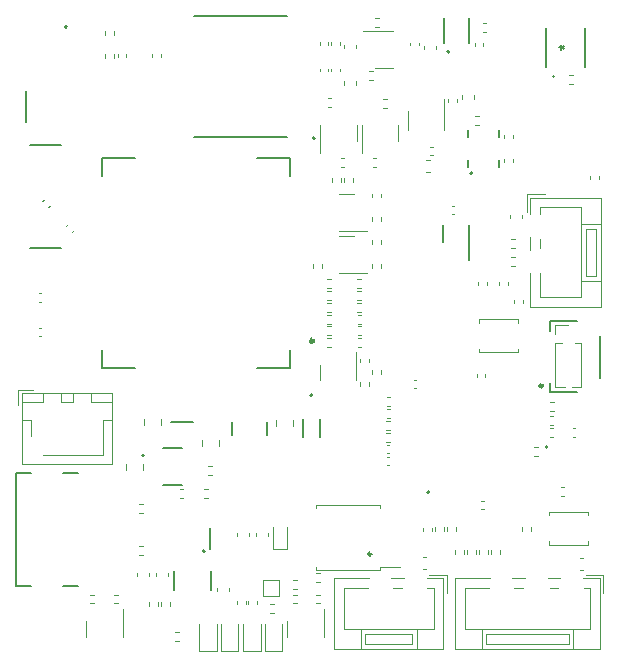
<source format=gbr>
%TF.GenerationSoftware,KiCad,Pcbnew,6.0.11+dfsg-1*%
%TF.CreationDate,2023-11-18T19:22:11+05:30*%
%TF.ProjectId,c3rl-at-cr-beta-2,6333726c-2d61-4742-9d63-722d62657461,rev?*%
%TF.SameCoordinates,Original*%
%TF.FileFunction,Legend,Top*%
%TF.FilePolarity,Positive*%
%FSLAX46Y46*%
G04 Gerber Fmt 4.6, Leading zero omitted, Abs format (unit mm)*
G04 Created by KiCad (PCBNEW 6.0.11+dfsg-1) date 2023-11-18 19:22:11*
%MOMM*%
%LPD*%
G01*
G04 APERTURE LIST*
%ADD10C,0.150000*%
%ADD11C,0.120000*%
%ADD12C,0.152400*%
%ADD13C,0.127000*%
%ADD14C,0.200000*%
%ADD15C,0.250000*%
%ADD16C,0.300000*%
G04 APERTURE END LIST*
D10*
%TO.C,U2*%
X97202380Y-77000000D02*
X97440476Y-77000000D01*
X97345238Y-77238095D02*
X97440476Y-77000000D01*
X97345238Y-76761904D01*
X97630952Y-77142857D02*
X97440476Y-77000000D01*
X97630952Y-76857142D01*
D11*
%TO.C,R1*%
X94120000Y-117596359D02*
X94120000Y-117903641D01*
X94880000Y-117596359D02*
X94880000Y-117903641D01*
D12*
%TO.C,U2*%
X99426400Y-78676400D02*
X99426400Y-75323600D01*
X96073600Y-75323600D02*
X96073600Y-78676400D01*
X96826200Y-79455800D02*
G75*
G03*
X96826200Y-79455800I-76200J0D01*
G01*
D11*
%TO.C,C16*%
X86460000Y-117692164D02*
X86460000Y-117907836D01*
X85740000Y-117692164D02*
X85740000Y-117907836D01*
%TO.C,R30*%
X67463641Y-115180000D02*
X67156359Y-115180000D01*
X67463641Y-114420000D02*
X67156359Y-114420000D01*
%TO.C,R27*%
X80453641Y-98620497D02*
X80146359Y-98620497D01*
X80453641Y-99380497D02*
X80146359Y-99380497D01*
%TO.C,SW2*%
X93750000Y-102500000D02*
X93750000Y-102800000D01*
X93750000Y-102800000D02*
X90450000Y-102800000D01*
X93750000Y-100300000D02*
X93750000Y-100000000D01*
X93750000Y-100000000D02*
X90450000Y-100000000D01*
X90450000Y-100000000D02*
X90450000Y-100300000D01*
X90450000Y-102800000D02*
X90450000Y-102500000D01*
%TO.C,Q11*%
X79250000Y-92560000D02*
X78600000Y-92560000D01*
X79250000Y-92560000D02*
X80925000Y-92560000D01*
X79250000Y-89440000D02*
X79900000Y-89440000D01*
X79250000Y-89440000D02*
X78600000Y-89440000D01*
%TO.C,R45*%
X93463641Y-93220000D02*
X93156359Y-93220000D01*
X93463641Y-93980000D02*
X93156359Y-93980000D01*
%TO.C,R61*%
X78721359Y-87130000D02*
X79028641Y-87130000D01*
X78721359Y-86370000D02*
X79028641Y-86370000D01*
%TO.C,C42*%
X85990580Y-120140000D02*
X85709420Y-120140000D01*
X85990580Y-121160000D02*
X85709420Y-121160000D01*
%TO.C,J5*%
X100760000Y-89740000D02*
X100760000Y-98960000D01*
X94790000Y-91140000D02*
X94790000Y-89740000D01*
X99460000Y-96340000D02*
X100360000Y-96340000D01*
X95590000Y-93235000D02*
X95590000Y-93965000D01*
X100360000Y-96340000D02*
X100360000Y-92360000D01*
X99060000Y-98160000D02*
X95590000Y-98160000D01*
X95990000Y-89440000D02*
X94490000Y-89440000D01*
X94790000Y-98960000D02*
X94790000Y-96060000D01*
X100760000Y-98960000D02*
X94790000Y-98960000D01*
X94790000Y-93060000D02*
X94790000Y-94140000D01*
X94490000Y-89440000D02*
X94490000Y-90940000D01*
X99060000Y-96740000D02*
X100760000Y-96740000D01*
X94790000Y-89740000D02*
X100760000Y-89740000D01*
X99060000Y-90540000D02*
X95590000Y-90540000D01*
X99060000Y-91960000D02*
X99060000Y-96740000D01*
X99060000Y-96740000D02*
X99060000Y-98160000D01*
X99060000Y-91960000D02*
X99060000Y-90540000D01*
X100760000Y-96740000D02*
X100760000Y-91960000D01*
X100360000Y-92360000D02*
X99460000Y-92360000D01*
X99460000Y-92360000D02*
X99460000Y-96340000D01*
X95590000Y-98160000D02*
X95590000Y-96100000D01*
X100760000Y-91960000D02*
X99060000Y-91960000D01*
X95590000Y-90540000D02*
X95590000Y-91100000D01*
%TO.C,R25*%
X80463641Y-100380497D02*
X80156359Y-100380497D01*
X80463641Y-99620497D02*
X80156359Y-99620497D01*
%TO.C,C21*%
X62510000Y-121740580D02*
X62510000Y-121459420D01*
X61490000Y-121740580D02*
X61490000Y-121459420D01*
%TO.C,R48*%
X64736359Y-126520000D02*
X65043641Y-126520000D01*
X64736359Y-127280000D02*
X65043641Y-127280000D01*
%TO.C,U9*%
X82400000Y-75590000D02*
X80600000Y-75590000D01*
X82400000Y-78710000D02*
X83200000Y-78710000D01*
X82400000Y-78710000D02*
X81600000Y-78710000D01*
X82400000Y-75590000D02*
X83200000Y-75590000D01*
%TO.C,C46*%
X78660000Y-76757836D02*
X78660000Y-76542164D01*
X77940000Y-76757836D02*
X77940000Y-76542164D01*
%TO.C,R17*%
X67496359Y-113180000D02*
X67803641Y-113180000D01*
X67496359Y-112420000D02*
X67803641Y-112420000D01*
%TO.C,C20*%
X96472164Y-109960000D02*
X96687836Y-109960000D01*
X96472164Y-109240000D02*
X96687836Y-109240000D01*
%TO.C,D3*%
X68235000Y-128085000D02*
X68235000Y-125800000D01*
X66765000Y-128085000D02*
X68235000Y-128085000D01*
X66765000Y-125800000D02*
X66765000Y-128085000D01*
%TO.C,C27*%
X60560000Y-77807836D02*
X60560000Y-77592164D01*
X59840000Y-77807836D02*
X59840000Y-77592164D01*
%TO.C,R72*%
X82180000Y-104346359D02*
X82180000Y-104653641D01*
X81420000Y-104346359D02*
X81420000Y-104653641D01*
%TO.C,C2*%
X90090000Y-76862836D02*
X90090000Y-76647164D01*
X90810000Y-76862836D02*
X90810000Y-76647164D01*
%TO.C,C48*%
X85984420Y-87582500D02*
X86265580Y-87582500D01*
X85984420Y-86562500D02*
X86265580Y-86562500D01*
%TO.C,R15*%
X62520000Y-123946359D02*
X62520000Y-124253641D01*
X63280000Y-123946359D02*
X63280000Y-124253641D01*
%TO.C,R52*%
X70680000Y-123846359D02*
X70680000Y-124153641D01*
X69920000Y-123846359D02*
X69920000Y-124153641D01*
%TO.C,C25*%
X53380186Y-101455000D02*
X53164514Y-101455000D01*
X53380186Y-100735000D02*
X53164514Y-100735000D01*
%TO.C,R47*%
X73053641Y-124120000D02*
X72746359Y-124120000D01*
X73053641Y-124880000D02*
X72746359Y-124880000D01*
%TO.C,R42*%
X57853641Y-124080000D02*
X57546359Y-124080000D01*
X57853641Y-123320000D02*
X57546359Y-123320000D01*
%TO.C,D5*%
X73000000Y-119450000D02*
X74200000Y-119450000D01*
X73000000Y-117600000D02*
X73000000Y-119450000D01*
X74200000Y-117600000D02*
X74200000Y-119450000D01*
D13*
%TO.C,C24*%
X72500000Y-108700000D02*
X72500000Y-109800000D01*
X69500000Y-108700000D02*
X69500000Y-109800000D01*
D11*
%TO.C,Q4*%
X74190000Y-126250000D02*
X74190000Y-126900000D01*
X77310000Y-126250000D02*
X77310000Y-126900000D01*
X74190000Y-126250000D02*
X74190000Y-125600000D01*
X77310000Y-126250000D02*
X77310000Y-124575000D01*
%TO.C,C17*%
X90642164Y-116110000D02*
X90857836Y-116110000D01*
X90642164Y-115390000D02*
X90857836Y-115390000D01*
%TO.C,R32*%
X80453641Y-96620000D02*
X80146359Y-96620000D01*
X80453641Y-97380000D02*
X80146359Y-97380000D01*
D13*
%TO.C,U1*%
X87500000Y-76605000D02*
X87500000Y-74505000D01*
X89600000Y-76605000D02*
X89600000Y-74505000D01*
D14*
X87950000Y-77355000D02*
G75*
G03*
X87950000Y-77355000I-100000J0D01*
G01*
D11*
%TO.C,C14*%
X82857836Y-110640000D02*
X82642164Y-110640000D01*
X82857836Y-111360000D02*
X82642164Y-111360000D01*
%TO.C,R51*%
X81370000Y-91391359D02*
X81370000Y-91698641D01*
X82130000Y-91391359D02*
X82130000Y-91698641D01*
D14*
%TO.C,L1*%
X64400000Y-108700000D02*
X66200000Y-108700000D01*
D11*
%TO.C,R69*%
X80478641Y-100620000D02*
X80171359Y-100620000D01*
X80478641Y-101380000D02*
X80171359Y-101380000D01*
%TO.C,R49*%
X58810000Y-75913641D02*
X58810000Y-75606359D01*
X59570000Y-75913641D02*
X59570000Y-75606359D01*
%TO.C,R50*%
X71680000Y-123846359D02*
X71680000Y-124153641D01*
X70920000Y-123846359D02*
X70920000Y-124153641D01*
%TO.C,C52*%
X77660000Y-79007836D02*
X77660000Y-78792164D01*
X76940000Y-79007836D02*
X76940000Y-78792164D01*
%TO.C,R73*%
X81370000Y-89698641D02*
X81370000Y-89391359D01*
X82130000Y-89698641D02*
X82130000Y-89391359D01*
%TO.C,Q5*%
X60310000Y-126250000D02*
X60310000Y-124575000D01*
X57190000Y-126250000D02*
X57190000Y-126900000D01*
X57190000Y-126250000D02*
X57190000Y-125600000D01*
X60310000Y-126250000D02*
X60310000Y-126900000D01*
%TO.C,Q1*%
X80060000Y-104500000D02*
X80060000Y-102825000D01*
X80060000Y-104500000D02*
X80060000Y-105150000D01*
X76940000Y-104500000D02*
X76940000Y-103850000D01*
X76940000Y-104500000D02*
X76940000Y-105150000D01*
%TO.C,R36*%
X80458641Y-97615994D02*
X80151359Y-97615994D01*
X80458641Y-98375994D02*
X80151359Y-98375994D01*
%TO.C,R65*%
X77646359Y-81320000D02*
X77953641Y-81320000D01*
X77646359Y-82080000D02*
X77953641Y-82080000D01*
%TO.C,C47*%
X86527836Y-85412500D02*
X86312164Y-85412500D01*
X86527836Y-86132500D02*
X86312164Y-86132500D01*
%TO.C,J10*%
X87410000Y-127935000D02*
X78190000Y-127935000D01*
X78190000Y-127935000D02*
X78190000Y-121965000D01*
X78190000Y-121965000D02*
X81090000Y-121965000D01*
X78990000Y-126235000D02*
X78990000Y-122765000D01*
X80410000Y-127935000D02*
X85190000Y-127935000D01*
X87710000Y-121665000D02*
X86210000Y-121665000D01*
X80410000Y-126235000D02*
X80410000Y-127935000D01*
X86610000Y-126235000D02*
X86610000Y-122765000D01*
X80810000Y-127535000D02*
X84790000Y-127535000D01*
X83915000Y-122765000D02*
X83185000Y-122765000D01*
X85190000Y-127935000D02*
X85190000Y-126235000D01*
X85190000Y-126235000D02*
X86610000Y-126235000D01*
X80810000Y-126635000D02*
X80810000Y-127535000D01*
X86010000Y-121965000D02*
X87410000Y-121965000D01*
X78990000Y-122765000D02*
X81050000Y-122765000D01*
X84090000Y-121965000D02*
X83010000Y-121965000D01*
X86610000Y-122765000D02*
X86050000Y-122765000D01*
X84790000Y-126635000D02*
X80810000Y-126635000D01*
X80410000Y-126235000D02*
X78990000Y-126235000D01*
X87410000Y-121965000D02*
X87410000Y-127935000D01*
X87710000Y-123165000D02*
X87710000Y-121665000D01*
X85190000Y-126235000D02*
X80410000Y-126235000D01*
X84790000Y-127535000D02*
X84790000Y-126635000D01*
%TO.C,R34*%
X91130000Y-97153641D02*
X91130000Y-96846359D01*
X90370000Y-97153641D02*
X90370000Y-96846359D01*
D13*
%TO.C,J2*%
X55050000Y-93950000D02*
X52450000Y-93950000D01*
D11*
%TO.C,R33*%
X77893641Y-97380000D02*
X77586359Y-97380000D01*
X77893641Y-96620000D02*
X77586359Y-96620000D01*
%TO.C,R35*%
X59570000Y-77576359D02*
X59570000Y-77883641D01*
X58810000Y-77576359D02*
X58810000Y-77883641D01*
%TO.C,R54*%
X79780000Y-88403641D02*
X79780000Y-88096359D01*
X79020000Y-88403641D02*
X79020000Y-88096359D01*
%TO.C,C19*%
X99240580Y-121260000D02*
X98959420Y-121260000D01*
X99240580Y-120240000D02*
X98959420Y-120240000D01*
D14*
%TO.C,ANT1*%
X55450000Y-75150000D02*
X55450000Y-75150000D01*
X55450000Y-75350000D02*
X55450000Y-75350000D01*
X55450000Y-75350000D02*
G75*
G03*
X55450000Y-75150000I0J100000D01*
G01*
X55450000Y-75150000D02*
G75*
G03*
X55450000Y-75350000I0J-100000D01*
G01*
D11*
%TO.C,R7*%
X91180000Y-119571359D02*
X91180000Y-119878641D01*
X90420000Y-119571359D02*
X90420000Y-119878641D01*
%TO.C,R70*%
X77903641Y-100620000D02*
X77596359Y-100620000D01*
X77903641Y-101380000D02*
X77596359Y-101380000D01*
%TO.C,C8*%
X82877836Y-106640000D02*
X82662164Y-106640000D01*
X82877836Y-107360000D02*
X82662164Y-107360000D01*
%TO.C,R39*%
X61953641Y-119195000D02*
X61646359Y-119195000D01*
X61953641Y-119955000D02*
X61646359Y-119955000D01*
D14*
%TO.C,J1*%
X52515000Y-113047500D02*
X51235000Y-113047500D01*
X56485000Y-122627500D02*
X55235000Y-122627500D01*
X51235000Y-122627500D02*
X52515000Y-122627500D01*
X56485000Y-113047500D02*
X55235000Y-113047500D01*
X51235000Y-113047500D02*
X51235000Y-122627500D01*
D11*
%TO.C,R64*%
X99870000Y-88153641D02*
X99870000Y-87846359D01*
X100630000Y-88153641D02*
X100630000Y-87846359D01*
%TO.C,C32*%
X69260000Y-123040580D02*
X69260000Y-122759420D01*
X68240000Y-123040580D02*
X68240000Y-122759420D01*
%TO.C,C23*%
X74685000Y-108538748D02*
X74685000Y-109061252D01*
X73215000Y-108538748D02*
X73215000Y-109061252D01*
%TO.C,R62*%
X81446359Y-86370000D02*
X81753641Y-86370000D01*
X81446359Y-87130000D02*
X81753641Y-87130000D01*
%TO.C,C12*%
X92590000Y-86675336D02*
X92590000Y-86459664D01*
X93310000Y-86675336D02*
X93310000Y-86459664D01*
%TO.C,R6*%
X89420000Y-119571359D02*
X89420000Y-119878641D01*
X90180000Y-119571359D02*
X90180000Y-119878641D01*
%TO.C,C4*%
X96492164Y-108960000D02*
X96707836Y-108960000D01*
X96492164Y-108240000D02*
X96707836Y-108240000D01*
%TO.C,R57*%
X96753641Y-107780000D02*
X96446359Y-107780000D01*
X96753641Y-107020000D02*
X96446359Y-107020000D01*
%TO.C,R68*%
X77893641Y-102380000D02*
X77586359Y-102380000D01*
X77893641Y-101620000D02*
X77586359Y-101620000D01*
%TO.C,R16*%
X80370000Y-105356359D02*
X80370000Y-105663641D01*
X81130000Y-105356359D02*
X81130000Y-105663641D01*
%TO.C,R11*%
X80370000Y-103673641D02*
X80370000Y-103366359D01*
X81130000Y-103673641D02*
X81130000Y-103366359D01*
%TO.C,C26*%
X56024789Y-92606115D02*
X56177292Y-92453612D01*
X55515672Y-92096998D02*
X55668175Y-91944495D01*
%TO.C,R60*%
X78780000Y-88096359D02*
X78780000Y-88403641D01*
X78020000Y-88096359D02*
X78020000Y-88403641D01*
%TO.C,R20*%
X81370000Y-95336359D02*
X81370000Y-95643641D01*
X82130000Y-95336359D02*
X82130000Y-95643641D01*
%TO.C,R9*%
X82596359Y-110380000D02*
X82903641Y-110380000D01*
X82596359Y-109620000D02*
X82903641Y-109620000D01*
%TO.C,D2*%
X72335000Y-125850000D02*
X72335000Y-128135000D01*
X73805000Y-128135000D02*
X73805000Y-125850000D01*
X72335000Y-128135000D02*
X73805000Y-128135000D01*
D14*
%TO.C,IC1*%
X86250000Y-114675000D02*
G75*
G03*
X86250000Y-114675000I-100000J0D01*
G01*
D11*
%TO.C,C38*%
X71010000Y-118390580D02*
X71010000Y-118109420D01*
X69990000Y-118390580D02*
X69990000Y-118109420D01*
%TO.C,R29*%
X61646359Y-116380000D02*
X61953641Y-116380000D01*
X61646359Y-115620000D02*
X61953641Y-115620000D01*
%TO.C,R21*%
X81370000Y-93643641D02*
X81370000Y-93336359D01*
X82130000Y-93643641D02*
X82130000Y-93336359D01*
%TO.C,Q2*%
X79250000Y-96060000D02*
X80925000Y-96060000D01*
X79250000Y-92940000D02*
X78600000Y-92940000D01*
X79250000Y-96060000D02*
X78600000Y-96060000D01*
X79250000Y-92940000D02*
X79900000Y-92940000D01*
%TO.C,R13*%
X75023641Y-122070000D02*
X74716359Y-122070000D01*
X75023641Y-122830000D02*
X74716359Y-122830000D01*
%TO.C,R28*%
X77903641Y-98620497D02*
X77596359Y-98620497D01*
X77903641Y-99380497D02*
X77596359Y-99380497D01*
%TO.C,C9*%
X93310000Y-84670336D02*
X93310000Y-84454664D01*
X92590000Y-84670336D02*
X92590000Y-84454664D01*
%TO.C,R26*%
X77903641Y-100380497D02*
X77596359Y-100380497D01*
X77903641Y-99620497D02*
X77596359Y-99620497D01*
D13*
%TO.C,D1*%
X75550000Y-110000000D02*
X75550000Y-108500000D01*
X76950000Y-108500000D02*
X76950000Y-110000000D01*
D14*
X76350000Y-106455000D02*
G75*
G03*
X76350000Y-106455000I-100000J0D01*
G01*
D11*
%TO.C,R63*%
X98403641Y-79370000D02*
X98096359Y-79370000D01*
X98403641Y-80130000D02*
X98096359Y-80130000D01*
%TO.C,D4*%
X70485000Y-125850000D02*
X70485000Y-128135000D01*
X71955000Y-128135000D02*
X71955000Y-125850000D01*
X70485000Y-128135000D02*
X71955000Y-128135000D01*
%TO.C,U7*%
X79350000Y-115775000D02*
X82075000Y-115775000D01*
X79350000Y-115775000D02*
X76625000Y-115775000D01*
X82075000Y-120965000D02*
X83750000Y-120965000D01*
X82075000Y-121225000D02*
X82075000Y-120965000D01*
X76625000Y-115775000D02*
X76625000Y-116035000D01*
X76625000Y-121225000D02*
X76625000Y-120965000D01*
X79350000Y-121225000D02*
X82075000Y-121225000D01*
X79350000Y-121225000D02*
X76625000Y-121225000D01*
X82075000Y-115775000D02*
X82075000Y-116035000D01*
%TO.C,R4*%
X87720000Y-117596359D02*
X87720000Y-117903641D01*
X88480000Y-117596359D02*
X88480000Y-117903641D01*
%TO.C,R12*%
X90136359Y-83580000D02*
X90443641Y-83580000D01*
X90136359Y-82820000D02*
X90443641Y-82820000D01*
%TO.C,TP1*%
X72150000Y-123450000D02*
X72150000Y-122050000D01*
X73550000Y-123450000D02*
X72150000Y-123450000D01*
X72150000Y-122050000D02*
X73550000Y-122050000D01*
X73550000Y-122050000D02*
X73550000Y-123450000D01*
%TO.C,C7*%
X61985000Y-112238748D02*
X61985000Y-112761252D01*
X60515000Y-112238748D02*
X60515000Y-112761252D01*
%TO.C,D6*%
X70075000Y-128097500D02*
X70075000Y-125812500D01*
X68605000Y-125812500D02*
X68605000Y-128097500D01*
X68605000Y-128097500D02*
X70075000Y-128097500D01*
%TO.C,R41*%
X75003641Y-124080000D02*
X74696359Y-124080000D01*
X75003641Y-123320000D02*
X74696359Y-123320000D01*
%TO.C,R37*%
X77898641Y-97615994D02*
X77591359Y-97615994D01*
X77898641Y-98375994D02*
X77591359Y-98375994D01*
%TO.C,R19*%
X81646359Y-75280000D02*
X81953641Y-75280000D01*
X81646359Y-74520000D02*
X81953641Y-74520000D01*
D13*
%TO.C,Y1*%
X96236022Y-110850000D02*
G75*
G03*
X96236022Y-110850000I-86022J0D01*
G01*
D11*
%TO.C,C45*%
X77660000Y-76757836D02*
X77660000Y-76542164D01*
X76940000Y-76757836D02*
X76940000Y-76542164D01*
%TO.C,R31*%
X65403641Y-115180000D02*
X65096359Y-115180000D01*
X65403641Y-114420000D02*
X65096359Y-114420000D01*
%TO.C,R66*%
X82653641Y-82130000D02*
X82346359Y-82130000D01*
X82653641Y-81370000D02*
X82346359Y-81370000D01*
%TO.C,R5*%
X89180000Y-119571359D02*
X89180000Y-119878641D01*
X88420000Y-119571359D02*
X88420000Y-119878641D01*
D13*
%TO.C,U10*%
X74200000Y-84625000D02*
X66300000Y-84625000D01*
X74200000Y-74375000D02*
X66300000Y-74375000D01*
D14*
X76550000Y-84700000D02*
G75*
G03*
X76550000Y-84700000I-100000J0D01*
G01*
D13*
%TO.C,J3*%
X55050000Y-85300000D02*
X52450000Y-85300000D01*
D11*
%TO.C,R3*%
X87480000Y-117596359D02*
X87480000Y-117903641D01*
X86720000Y-117596359D02*
X86720000Y-117903641D01*
%TO.C,C49*%
X88560000Y-81392164D02*
X88560000Y-81607836D01*
X87840000Y-81392164D02*
X87840000Y-81607836D01*
%TO.C,C34*%
X72610000Y-118390580D02*
X72610000Y-118109420D01*
X71590000Y-118390580D02*
X71590000Y-118109420D01*
%TO.C,R44*%
X59853641Y-123320000D02*
X59546359Y-123320000D01*
X59853641Y-124080000D02*
X59546359Y-124080000D01*
%TO.C,R67*%
X80468641Y-101620000D02*
X80161359Y-101620000D01*
X80468641Y-102380000D02*
X80161359Y-102380000D01*
%TO.C,R24*%
X77130000Y-95346359D02*
X77130000Y-95653641D01*
X76370000Y-95346359D02*
X76370000Y-95653641D01*
%TO.C,C53*%
X77940000Y-79007836D02*
X77940000Y-78792164D01*
X78660000Y-79007836D02*
X78660000Y-78792164D01*
%TO.C,C5*%
X82872836Y-108360000D02*
X82657164Y-108360000D01*
X82872836Y-107640000D02*
X82657164Y-107640000D01*
%TO.C,C28*%
X79040000Y-76809420D02*
X79040000Y-77090580D01*
X80060000Y-76809420D02*
X80060000Y-77090580D01*
D10*
%TO.C,U8*%
X87375000Y-93500000D02*
X87375000Y-92000000D01*
X89625000Y-95000000D02*
X89625000Y-92000000D01*
D15*
%TO.C,IC2*%
X81325000Y-119900000D02*
G75*
G03*
X81325000Y-119900000I-125000J0D01*
G01*
D11*
%TO.C,C18*%
X64110000Y-121740580D02*
X64110000Y-121459420D01*
X63090000Y-121740580D02*
X63090000Y-121459420D01*
%TO.C,R38*%
X92880000Y-97153641D02*
X92880000Y-96846359D01*
X92120000Y-97153641D02*
X92120000Y-96846359D01*
%TO.C,R43*%
X76953641Y-123320000D02*
X76646359Y-123320000D01*
X76953641Y-124080000D02*
X76646359Y-124080000D01*
%TO.C,Q7*%
X80110000Y-84250000D02*
X80110000Y-83600000D01*
X76990000Y-84250000D02*
X76990000Y-85925000D01*
X76990000Y-84250000D02*
X76990000Y-83600000D01*
X80110000Y-84250000D02*
X80110000Y-84900000D01*
%TO.C,R18*%
X95403641Y-111630000D02*
X95096359Y-111630000D01*
X95403641Y-110870000D02*
X95096359Y-110870000D01*
%TO.C,C31*%
X62790000Y-77807836D02*
X62790000Y-77592164D01*
X63510000Y-77807836D02*
X63510000Y-77592164D01*
%TO.C,R14*%
X63520000Y-124253641D02*
X63520000Y-123946359D01*
X64280000Y-124253641D02*
X64280000Y-123946359D01*
%TO.C,C6*%
X98607836Y-109240000D02*
X98392164Y-109240000D01*
X98607836Y-109960000D02*
X98392164Y-109960000D01*
%TO.C,J9*%
X91060000Y-126635000D02*
X91060000Y-127535000D01*
X97340000Y-121965000D02*
X96260000Y-121965000D01*
X98440000Y-126235000D02*
X90660000Y-126235000D01*
X99860000Y-122765000D02*
X99300000Y-122765000D01*
X99260000Y-121965000D02*
X100660000Y-121965000D01*
X88440000Y-121965000D02*
X91340000Y-121965000D01*
X100660000Y-121965000D02*
X100660000Y-127935000D01*
X89240000Y-122765000D02*
X91300000Y-122765000D01*
X97165000Y-122765000D02*
X96435000Y-122765000D01*
X98040000Y-126635000D02*
X91060000Y-126635000D01*
X90660000Y-126235000D02*
X89240000Y-126235000D01*
X90660000Y-127935000D02*
X98440000Y-127935000D01*
X88440000Y-127935000D02*
X88440000Y-121965000D01*
X100660000Y-127935000D02*
X88440000Y-127935000D01*
X98440000Y-126235000D02*
X99860000Y-126235000D01*
X94340000Y-121965000D02*
X93260000Y-121965000D01*
X91060000Y-127535000D02*
X98040000Y-127535000D01*
X89240000Y-126235000D02*
X89240000Y-122765000D01*
X98040000Y-127535000D02*
X98040000Y-126635000D01*
X90660000Y-126235000D02*
X90660000Y-127935000D01*
X98440000Y-127935000D02*
X98440000Y-126235000D01*
X99860000Y-126235000D02*
X99860000Y-122765000D01*
X100960000Y-123165000D02*
X100960000Y-121665000D01*
X94165000Y-122765000D02*
X93435000Y-122765000D01*
X100960000Y-121665000D02*
X99460000Y-121665000D01*
%TO.C,C10*%
X90240000Y-104877836D02*
X90240000Y-104662164D01*
X90960000Y-104877836D02*
X90960000Y-104662164D01*
%TO.C,C15*%
X68435000Y-110238748D02*
X68435000Y-110761252D01*
X66965000Y-110238748D02*
X66965000Y-110761252D01*
%TO.C,C33*%
X94060000Y-91184420D02*
X94060000Y-91465580D01*
X93040000Y-91184420D02*
X93040000Y-91465580D01*
%TO.C,R22*%
X81453641Y-79780000D02*
X81146359Y-79780000D01*
X81453641Y-79020000D02*
X81146359Y-79020000D01*
D13*
%TO.C,U5*%
X61350000Y-104175000D02*
X58525000Y-104175000D01*
X58525000Y-104175000D02*
X58525000Y-102600000D01*
X58525000Y-86325000D02*
X61350000Y-86325000D01*
X58525000Y-87900000D02*
X58525000Y-86325000D01*
X74475000Y-104175000D02*
X74475000Y-102600000D01*
X71650000Y-104175000D02*
X74475000Y-104175000D01*
X74475000Y-87900000D02*
X74475000Y-86325000D01*
X74475000Y-86325000D02*
X71650000Y-86325000D01*
D16*
X76450000Y-101850000D02*
G75*
G03*
X76450000Y-101850000I-150000J0D01*
G01*
D11*
%TO.C,R10*%
X82596359Y-108620000D02*
X82903641Y-108620000D01*
X82596359Y-109380000D02*
X82903641Y-109380000D01*
%TO.C,R71*%
X76953641Y-121520000D02*
X76646359Y-121520000D01*
X76953641Y-122280000D02*
X76646359Y-122280000D01*
%TO.C,R2*%
X94180000Y-98653641D02*
X94180000Y-98346359D01*
X93420000Y-98653641D02*
X93420000Y-98346359D01*
%TO.C,C3*%
X82857836Y-112360000D02*
X82642164Y-112360000D01*
X82857836Y-111640000D02*
X82642164Y-111640000D01*
D13*
%TO.C,J4*%
X52050000Y-80700000D02*
X52050000Y-83300000D01*
D11*
%TO.C,C13*%
X85127836Y-105860000D02*
X84912164Y-105860000D01*
X85127836Y-105140000D02*
X84912164Y-105140000D01*
D13*
%TO.C,U6*%
X67745000Y-122970000D02*
X67745000Y-121370000D01*
X64615000Y-122970000D02*
X64615000Y-121370000D01*
D14*
X67230000Y-119670000D02*
G75*
G03*
X67230000Y-119670000I-100000J0D01*
G01*
D11*
%TO.C,J11*%
X98307530Y-105755000D02*
X99110000Y-105755000D01*
X99110000Y-102010000D02*
X99110000Y-105755000D01*
X96890000Y-100490000D02*
X98000000Y-100490000D01*
X96890000Y-102010000D02*
X96890000Y-105755000D01*
X96890000Y-101250000D02*
X96890000Y-100490000D01*
X96890000Y-102010000D02*
X97436529Y-102010000D01*
X96890000Y-105755000D02*
X97692470Y-105755000D01*
X98563471Y-102010000D02*
X99110000Y-102010000D01*
%TO.C,C22*%
X63535000Y-108438748D02*
X63535000Y-108961252D01*
X62065000Y-108438748D02*
X62065000Y-108961252D01*
%TO.C,C43*%
X84640000Y-76592164D02*
X84640000Y-76807836D01*
X85360000Y-76592164D02*
X85360000Y-76807836D01*
D13*
%TO.C,U4*%
X65300000Y-110935000D02*
X63700000Y-110935000D01*
X65300000Y-114065000D02*
X63700000Y-114065000D01*
D14*
X62100000Y-111550000D02*
G75*
G03*
X62100000Y-111550000I-100000J0D01*
G01*
D11*
%TO.C,C44*%
X85790000Y-77140580D02*
X85790000Y-76859420D01*
X86810000Y-77140580D02*
X86810000Y-76859420D01*
%TO.C,C1*%
X90792164Y-75660000D02*
X91007836Y-75660000D01*
X90792164Y-74940000D02*
X91007836Y-74940000D01*
%TO.C,C29*%
X53162164Y-97815000D02*
X53377836Y-97815000D01*
X53162164Y-98535000D02*
X53377836Y-98535000D01*
%TO.C,R46*%
X93453641Y-94720000D02*
X93146359Y-94720000D01*
X93453641Y-95480000D02*
X93146359Y-95480000D01*
%TO.C,C11*%
X97412164Y-114240000D02*
X97627836Y-114240000D01*
X97412164Y-114960000D02*
X97627836Y-114960000D01*
%TO.C,C30*%
X53967108Y-90548434D02*
X54119611Y-90395931D01*
X53457991Y-90039317D02*
X53610494Y-89886814D01*
D14*
%TO.C,L5*%
X67700000Y-117700000D02*
X67700000Y-119500000D01*
D13*
%TO.C,J8*%
X100675000Y-105000000D02*
X100675000Y-101400000D01*
X96425000Y-105400000D02*
X96425000Y-106200000D01*
X96425000Y-100200000D02*
X98700000Y-100200000D01*
X96425000Y-106200000D02*
X98700000Y-106200000D01*
X96425000Y-101000000D02*
X96425000Y-100200000D01*
D16*
X95815000Y-105650000D02*
G75*
G03*
X95815000Y-105650000I-100000J0D01*
G01*
D11*
%TO.C,SW1*%
X96400000Y-116300000D02*
X99700000Y-116300000D01*
X99700000Y-116300000D02*
X99700000Y-116600000D01*
X96400000Y-116600000D02*
X96400000Y-116300000D01*
X96400000Y-119100000D02*
X99700000Y-119100000D01*
X99700000Y-119100000D02*
X99700000Y-118800000D01*
X96400000Y-118800000D02*
X96400000Y-119100000D01*
%TO.C,J12*%
X55050000Y-107050000D02*
X56050000Y-107050000D01*
X52500000Y-108550000D02*
X52500000Y-109890000D01*
X58600000Y-108550000D02*
X58600000Y-111500000D01*
X56050000Y-107050000D02*
X56050000Y-106300000D01*
X59350000Y-108550000D02*
X58600000Y-108550000D01*
X59360000Y-112260000D02*
X59360000Y-106290000D01*
X55050000Y-106300000D02*
X55050000Y-107050000D01*
X53550000Y-107050000D02*
X53550000Y-106300000D01*
X59350000Y-107050000D02*
X59350000Y-106300000D01*
X57550000Y-107050000D02*
X59350000Y-107050000D01*
X51750000Y-106300000D02*
X51750000Y-107050000D01*
X52700000Y-106000000D02*
X51450000Y-106000000D01*
X51750000Y-108550000D02*
X52500000Y-108550000D01*
X51750000Y-107050000D02*
X53550000Y-107050000D01*
X51740000Y-112260000D02*
X59360000Y-112260000D01*
X58600000Y-111500000D02*
X55550000Y-111500000D01*
X53550000Y-106300000D02*
X51750000Y-106300000D01*
X51740000Y-106290000D02*
X51740000Y-112260000D01*
X59360000Y-106290000D02*
X51740000Y-106290000D01*
X59350000Y-106300000D02*
X57550000Y-106300000D01*
X51450000Y-106000000D02*
X51450000Y-107250000D01*
X57550000Y-106300000D02*
X57550000Y-107050000D01*
X56050000Y-106300000D02*
X55050000Y-106300000D01*
X55550000Y-111500000D02*
X53560000Y-111500000D01*
%TO.C,U11*%
X87510000Y-83162500D02*
X87510000Y-83962500D01*
X84390000Y-83162500D02*
X84390000Y-82362500D01*
X84390000Y-83162500D02*
X84390000Y-83962500D01*
X87510000Y-83162500D02*
X87510000Y-81362500D01*
%TO.C,R8*%
X91420000Y-119571359D02*
X91420000Y-119878641D01*
X92180000Y-119571359D02*
X92180000Y-119878641D01*
%TO.C,C35*%
X88357836Y-90390000D02*
X88142164Y-90390000D01*
X88357836Y-91110000D02*
X88142164Y-91110000D01*
D13*
%TO.C,U3*%
X89500000Y-86557500D02*
X89500000Y-87117500D01*
X92100000Y-84577500D02*
X92100000Y-84017500D01*
X89500000Y-84577500D02*
X89500000Y-84017500D01*
X92100000Y-87117500D02*
X92100000Y-86557500D01*
D14*
X89905000Y-87657500D02*
G75*
G03*
X89905000Y-87657500I-100000J0D01*
G01*
D11*
%TO.C,C50*%
X90010000Y-81340580D02*
X90010000Y-81059420D01*
X88990000Y-81340580D02*
X88990000Y-81059420D01*
%TO.C,Q8*%
X83620000Y-84250000D02*
X83620000Y-83600000D01*
X80500000Y-84250000D02*
X80500000Y-83600000D01*
X83620000Y-84250000D02*
X83620000Y-84900000D01*
X80500000Y-84250000D02*
X80500000Y-85925000D01*
%TO.C,C51*%
X80060000Y-79859420D02*
X80060000Y-80140580D01*
X79040000Y-79859420D02*
X79040000Y-80140580D01*
%TD*%
M02*

</source>
